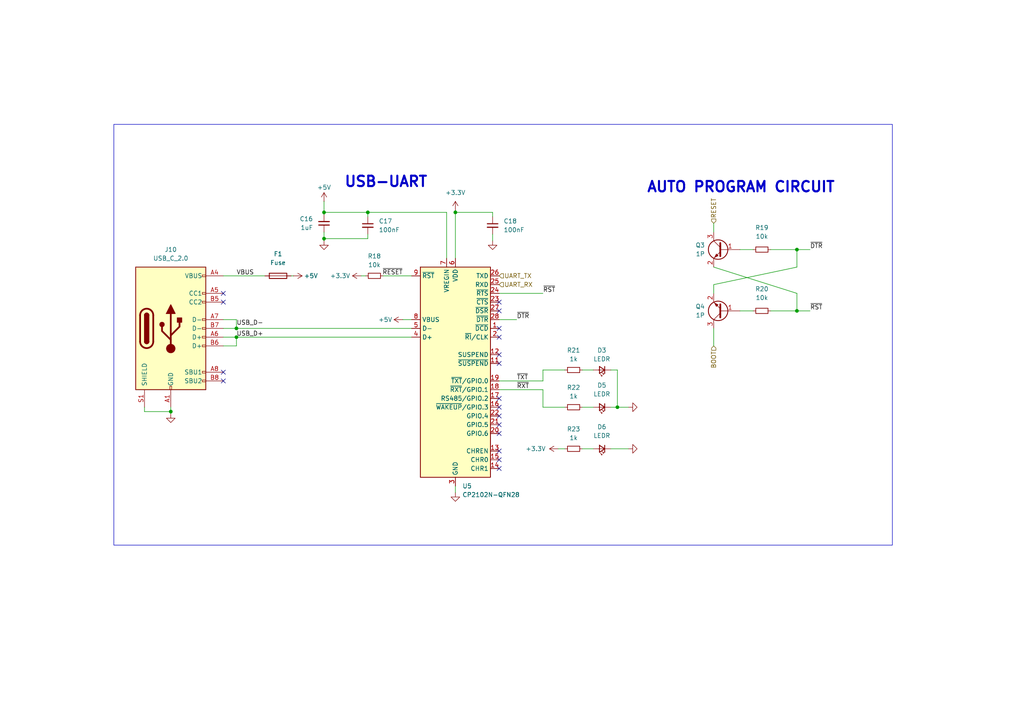
<source format=kicad_sch>
(kicad_sch (version 20231120) (generator "eeschema") (generator_version "8.0")
  (paper "A4")
  (lib_symbols
    (symbol "Connector:USB_C_Receptacle_USB2.0" (pin_names (offset 1.016))
      (property "Reference" "J" (at -10.16 19.05 0))
      (property "Value" "USB_C_Receptacle_USB2.0" (at 19.05 19.05 0))
      (symbol "USB_C_Receptacle_USB2.0_0_0"
        (rectangle (start -0.254 -17.78) (end 0.254 -16.764))
        (rectangle (start 10.16 -14.986) (end 9.144 -15.494))
        (rectangle (start 10.16 -12.446) (end 9.144 -12.954))
        (rectangle (start 10.16 -4.826) (end 9.144 -5.334))
        (rectangle (start 10.16 -2.286) (end 9.144 -2.794))
        (rectangle (start 10.16 0.254) (end 9.144 -0.254))
        (rectangle (start 10.16 2.794) (end 9.144 2.286))
        (rectangle (start 10.16 7.874) (end 9.144 7.366))
        (rectangle (start 10.16 10.414) (end 9.144 9.906))
        (rectangle (start 10.16 15.494) (end 9.144 14.986))
      )
      (symbol "USB_C_Receptacle_USB2.0_0_1"
        (rectangle (start -10.16 17.78) (end 10.16 -17.78) (stroke (width 0.254)) (fill (type background)))
        (arc (start -8.89 -3.81) (mid -6.985 -5.7067) (end -5.08 -3.81) (stroke (width 0.508)))
        (arc (start -7.62 -3.81) (mid -6.985 -4.4423) (end -6.35 -3.81) (stroke (width 0.254)))
        (arc (start -7.62 -3.81) (mid -6.985 -4.4423) (end -6.35 -3.81) (stroke (width 0.254)) (fill (type outline)))
        (rectangle (start -7.62 -3.81) (end -6.35 3.81) (stroke (width 0.254)) (fill (type outline)))
        (arc (start -6.35 3.81) (mid -6.985 4.4423) (end -7.62 3.81) (stroke (width 0.254)))
        (arc (start -6.35 3.81) (mid -6.985 4.4423) (end -7.62 3.81) (stroke (width 0.254)) (fill (type outline)))
        (arc (start -5.08 3.81) (mid -6.985 5.7067) (end -8.89 3.81) (stroke (width 0.508)))
        (circle (center -2.54 1.143) (radius 0.635) (stroke (width 0.254)) (fill (type outline)))
        (circle (center 0 -5.842) (radius 1.27) (fill (type outline)))
        (polyline (pts (xy -8.89 -3.81) (xy -8.89 3.81)) (stroke (width 0.508)))
        (polyline (pts (xy -5.08 3.81) (xy -5.08 -3.81)) (stroke (width 0.508)))
        (polyline (pts (xy 0 -5.842) (xy 0 4.318)) (stroke (width 0.508)))
        (polyline (pts (xy 0 -3.302) (xy -2.54 -0.762) (xy -2.54 0.508)) (stroke (width 0.508)))
        (polyline (pts (xy 0 -2.032) (xy 2.54 0.508) (xy 2.54 1.778)) (stroke (width 0.508)))
        (polyline (pts (xy -1.27 4.318) (xy 0 6.858) (xy 1.27 4.318) (xy -1.27 4.318)) (stroke (width 0.254)) (fill (type outline)))
        (rectangle (start 1.905 1.778) (end 3.175 3.048) (stroke (width 0.254)) (fill (type outline)))
      )
      (symbol "USB_C_Receptacle_USB2.0_1_1"
        (pin passive line (at 0 -22.86 90) (length 5.08) (name "GND") (number "A1"))
        (pin passive line (at 0 -22.86 90) (length 5.08) hide (name "GND") (number "A12"))
        (pin passive line (at 15.24 15.24 180) (length 5.08) (name "VBUS") (number "A4"))
        (pin bidirectional line (at 15.24 10.16 180) (length 5.08) (name "CC1") (number "A5"))
        (pin bidirectional line (at 15.24 -2.54 180) (length 5.08) (name "D+") (number "A6"))
        (pin bidirectional line (at 15.24 2.54 180) (length 5.08) (name "D-") (number "A7"))
        (pin bidirectional line (at 15.24 -12.7 180) (length 5.08) (name "SBU1") (number "A8"))
        (pin passive line (at 15.24 15.24 180) (length 5.08) hide (name "VBUS") (number "A9"))
        (pin passive line (at 0 -22.86 90) (length 5.08) hide (name "GND") (number "B1"))
        (pin passive line (at 0 -22.86 90) (length 5.08) hide (name "GND") (number "B12"))
        (pin passive line (at 15.24 15.24 180) (length 5.08) hide (name "VBUS") (number "B4"))
        (pin bidirectional line (at 15.24 7.62 180) (length 5.08) (name "CC2") (number "B5"))
        (pin bidirectional line (at 15.24 -5.08 180) (length 5.08) (name "D+") (number "B6"))
        (pin bidirectional line (at 15.24 0 180) (length 5.08) (name "D-") (number "B7"))
        (pin bidirectional line (at 15.24 -15.24 180) (length 5.08) (name "SBU2") (number "B8"))
        (pin passive line (at 15.24 15.24 180) (length 5.08) hide (name "VBUS") (number "B9"))
        (pin passive line (at -7.62 -22.86 90) (length 5.08) (name "SHIELD") (number "S1"))
      )
    )
    (symbol "Device:C_Small" (pin_numbers hide) (pin_names (offset 0.254) hide)
      (property "Reference" "C" (at 0.254 1.778 0))
      (property "Value" "C_Small" (at 0.254 -2.032 0))
      (symbol "C_Small_0_1"
        (polyline (pts (xy -1.524 -0.508) (xy 1.524 -0.508)) (stroke (width 0.3302)))
        (polyline (pts (xy -1.524 0.508) (xy 1.524 0.508)) (stroke (width 0.3048)))
      )
      (symbol "C_Small_1_1"
        (pin passive line (at 0 2.54 270) (length 2.032) (name "~") (number "1"))
        (pin passive line (at 0 -2.54 90) (length 2.032) (name "~") (number "2"))
      )
    )
    (symbol "Device:Fuse" (pin_numbers hide) (pin_names (offset 0))
      (property "Reference" "F" (at 2.032 0 90))
      (property "Value" "Fuse" (at -1.905 0 90))
      (symbol "Fuse_0_1"
        (rectangle (start -0.762 -2.54) (end 0.762 2.54) (stroke (width 0.254)))
        (polyline (pts (xy 0 2.54) (xy 0 -2.54)))
      )
      (symbol "Fuse_1_1"
        (pin passive line (at 0 3.81 270) (length 1.27) (name "~") (number "1"))
        (pin passive line (at 0 -3.81 90) (length 1.27) (name "~") (number "2"))
      )
    )
    (symbol "Device:LED_Small" (pin_numbers hide) (pin_names (offset 0.254) hide)
      (property "Reference" "D" (at -1.27 3.175 0))
      (property "Value" "LED_Small" (at -4.445 -2.54 0))
      (symbol "LED_Small_0_1"
        (polyline (pts (xy -0.762 -1.016) (xy -0.762 1.016)) (stroke (width 0.254)))
        (polyline (pts (xy 1.016 0) (xy -0.762 0)))
        (polyline (pts (xy 0.762 -1.016) (xy -0.762 0) (xy 0.762 1.016) (xy 0.762 -1.016)) (stroke (width 0.254)))
        (polyline (pts (xy 0 0.762) (xy -0.508 1.27) (xy -0.254 1.27) (xy -0.508 1.27) (xy -0.508 1.016)))
        (polyline (pts (xy 0.508 1.27) (xy 0 1.778) (xy 0.254 1.778) (xy 0 1.778) (xy 0 1.524)))
      )
      (symbol "LED_Small_1_1"
        (pin passive line (at -2.54 0 0) (length 1.778) (name "K") (number "1"))
        (pin passive line (at 2.54 0 180) (length 1.778) (name "A") (number "2"))
      )
    )
    (symbol "Device:Q_NPN_BEC" (pin_names (offset 0) hide)
      (property "Reference" "Q" (at 5.08 1.27 0))
      (property "Value" "Q_NPN_BEC" (at 5.08 -1.27 0))
      (symbol "Q_NPN_BEC_0_1"
        (polyline (pts (xy 0.635 0.635) (xy 2.54 2.54)))
        (polyline (pts (xy 0.635 -0.635) (xy 2.54 -2.54) (xy 2.54 -2.54)))
        (polyline (pts (xy 0.635 1.905) (xy 0.635 -1.905) (xy 0.635 -1.905)) (stroke (width 0.508)))
        (polyline (pts (xy 1.27 -1.778) (xy 1.778 -1.27) (xy 2.286 -2.286) (xy 1.27 -1.778) (xy 1.27 -1.778)) (fill (type outline)))
        (circle (center 1.27 0) (radius 2.8194) (stroke (width 0.254)))
      )
      (symbol "Q_NPN_BEC_1_1"
        (pin input line (at -5.08 0 0) (length 5.715) (name "B") (number "1"))
        (pin passive line (at 2.54 -5.08 90) (length 2.54) (name "E") (number "2"))
        (pin passive line (at 2.54 5.08 270) (length 2.54) (name "C") (number "3"))
      )
    )
    (symbol "Device:R_Small" (pin_numbers hide) (pin_names (offset 0.254) hide)
      (property "Reference" "R" (at 0.762 0.508 0))
      (property "Value" "R_Small" (at 0.762 -1.016 0))
      (symbol "R_Small_0_1"
        (rectangle (start -0.762 1.778) (end 0.762 -1.778) (stroke (width 0.2032)))
      )
      (symbol "R_Small_1_1"
        (pin passive line (at 0 2.54 270) (length 0.762) (name "~") (number "1"))
        (pin passive line (at 0 -2.54 90) (length 0.762) (name "~") (number "2"))
      )
    )
    (symbol "Interface_USB:CP2102N-Axx-xQFN28"
      (property "Reference" "U" (at -8.89 31.75 0))
      (property "Value" "CP2102N-Axx-xQFN28" (at 12.7 31.75 0))
      (symbol "CP2102N-Axx-xQFN28_0_1"
        (rectangle (start -10.16 30.48) (end 10.16 -30.48) (stroke (width 0.254)) (fill (type background)))
      )
      (symbol "CP2102N-Axx-xQFN28_1_1"
        (pin input line (at 12.7 12.7 180) (length 2.54) (name "~{DCD}") (number "1"))
        (pin no_connect line (at -10.16 -27.94 0) (length 2.54) hide (name "NC") (number "10"))
        (pin output line (at 12.7 2.54 180) (length 2.54) (name "~{SUSPEND}") (number "11"))
        (pin output line (at 12.7 5.08 180) (length 2.54) (name "SUSPEND") (number "12"))
        (pin output line (at 12.7 -22.86 180) (length 2.54) (name "CHREN") (number "13"))
        (pin output line (at 12.7 -27.94 180) (length 2.54) (name "CHR1") (number "14"))
        (pin output line (at 12.7 -25.4 180) (length 2.54) (name "CHR0") (number "15"))
        (pin bidirectional line (at 12.7 -10.16 180) (length 2.54) (name "~{WAKEUP}/GPIO.3") (number "16"))
        (pin bidirectional line (at 12.7 -7.62 180) (length 2.54) (name "RS485/GPIO.2") (number "17"))
        (pin bidirectional line (at 12.7 -5.08 180) (length 2.54) (name "~{RXT}/GPIO.1") (number "18"))
        (pin bidirectional line (at 12.7 -2.54 180) (length 2.54) (name "~{TXT}/GPIO.0") (number "19"))
        (pin bidirectional line (at 12.7 10.16 180) (length 2.54) (name "~{RI}/CLK") (number "2"))
        (pin bidirectional line (at 12.7 -17.78 180) (length 2.54) (name "GPIO.6") (number "20"))
        (pin bidirectional line (at 12.7 -15.24 180) (length 2.54) (name "GPIO.5") (number "21"))
        (pin bidirectional line (at 12.7 -12.7 180) (length 2.54) (name "GPIO.4") (number "22"))
        (pin input line (at 12.7 20.32 180) (length 2.54) (name "~{CTS}") (number "23"))
        (pin output line (at 12.7 22.86 180) (length 2.54) (name "~{RTS}") (number "24"))
        (pin input line (at 12.7 25.4 180) (length 2.54) (name "RXD") (number "25"))
        (pin output line (at 12.7 27.94 180) (length 2.54) (name "TXD") (number "26"))
        (pin input line (at 12.7 17.78 180) (length 2.54) (name "~{DSR}") (number "27"))
        (pin output line (at 12.7 15.24 180) (length 2.54) (name "~{DTR}") (number "28"))
        (pin passive line (at 0 -33.02 90) (length 2.54) hide (name "GND") (number "29"))
        (pin power_in line (at 0 -33.02 90) (length 2.54) (name "GND") (number "3"))
        (pin bidirectional line (at -12.7 10.16 0) (length 2.54) (name "D+") (number "4"))
        (pin bidirectional line (at -12.7 12.7 0) (length 2.54) (name "D-") (number "5"))
        (pin power_in line (at 0 33.02 270) (length 2.54) (name "VDD") (number "6"))
        (pin power_in line (at -2.54 33.02 270) (length 2.54) (name "VREGIN") (number "7"))
        (pin input line (at -12.7 15.24 0) (length 2.54) (name "VBUS") (number "8"))
        (pin input line (at -12.7 27.94 0) (length 2.54) (name "~{RST}") (number "9"))
      )
    )
    (symbol "power:+3.3V" (power) (pin_names (offset 0))
      (property "Value" "+3.3V" (at 0 3.556 0))
      (symbol "+3.3V_0_1"
        (polyline (pts (xy -0.762 1.27) (xy 0 2.54)))
        (polyline (pts (xy 0 0) (xy 0 2.54)))
        (polyline (pts (xy 0 2.54) (xy 0.762 1.27)))
      )
      (symbol "+3.3V_1_1"
        (pin power_in line (at 0 0 90) (length 0) hide (name "+3.3V") (number "1"))
      )
    )
    (symbol "power:+5V" (power) (pin_numbers hide) (pin_names (offset 0) hide)
      (property "Value" "+5V" (at 0 3.556 0))
      (symbol "+5V_0_1"
        (polyline (pts (xy -0.762 1.27) (xy 0 2.54)))
        (polyline (pts (xy 0 0) (xy 0 2.54)))
        (polyline (pts (xy 0 2.54) (xy 0.762 1.27)))
      )
      (symbol "+5V_1_1"
        (pin power_in line (at 0 0 90) (length 0) (name "~") (number "1"))
      )
    )
    (symbol "power:GND" (power) (pin_names (offset 0))
      (property "Value" "GND" (at 0 -3.81 0))
      (symbol "GND_0_1"
        (polyline (pts (xy 0 0) (xy 0 -1.27) (xy 1.27 -1.27) (xy 0 -2.54) (xy -1.27 -1.27) (xy 0 -1.27)))
      )
      (symbol "GND_1_1"
        (pin power_in line (at 0 0 270) (length 0) hide (name "GND") (number "1"))
      )
    )
  )
  (junction (at 93.98 69.215))
  (junction (at 93.98 61.595))
  (junction (at 179.07 118.11))
  (junction (at 106.68 61.595))
  (junction (at 68.58 95.25))
  (junction (at 68.58 97.79))
  (junction (at 132.08 61.595))
  (junction (at 49.53 119.38))
  (junction (at 231.14 90.17))
  (junction (at 231.14 72.39))
  (no_connect (at 144.78 105.41))
  (no_connect (at 144.78 123.19))
  (no_connect (at 144.78 118.11))
  (no_connect (at 144.78 87.63))
  (no_connect (at 64.77 87.63))
  (no_connect (at 144.78 102.87))
  (no_connect (at 144.78 135.89))
  (no_connect (at 144.78 97.79))
  (no_connect (at 144.78 95.25))
  (no_connect (at 144.78 120.65))
  (no_connect (at 144.78 130.81))
  (no_connect (at 144.78 125.73))
  (no_connect (at 64.77 85.09))
  (no_connect (at 144.78 115.57))
  (no_connect (at 144.78 133.35))
  (no_connect (at 64.77 110.49))
  (no_connect (at 64.77 107.95))
  (no_connect (at 144.78 90.17))
  (wire (pts (xy 234.95 72.39) (xy 231.14 72.39)))
  (wire (pts (xy 93.98 69.215) (xy 93.98 69.85)))
  (wire (pts (xy 234.95 90.17) (xy 231.14 90.17)))
  (wire (pts (xy 177.165 107.315) (xy 179.07 107.315)))
  (wire (pts (xy 142.875 61.595) (xy 142.875 62.865)))
  (wire (pts (xy 168.91 118.11) (xy 172.085 118.11)))
  (wire (pts (xy 49.53 119.38) (xy 49.53 120.015)))
  (wire (pts (xy 132.08 61.595) (xy 142.875 61.595)))
  (wire (pts (xy 104.775 80.01) (xy 106.045 80.01)))
  (wire (pts (xy 106.68 61.595) (xy 129.54 61.595)))
  (wire (pts (xy 49.53 118.11) (xy 49.53 119.38)))
  (wire (pts (xy 144.78 110.49) (xy 157.48 110.49)))
  (wire (pts (xy 168.91 130.175) (xy 172.085 130.175)))
  (wire (pts (xy 177.165 130.175) (xy 182.245 130.175)))
  (wire (pts (xy 64.77 97.79) (xy 68.58 97.79)))
  (wire (pts (xy 41.91 118.11) (xy 41.91 119.38)))
  (wire (pts (xy 64.77 100.33) (xy 68.58 100.33)))
  (wire (pts (xy 68.58 95.25) (xy 119.38 95.25)))
  (wire (pts (xy 223.52 72.39) (xy 231.14 72.39)))
  (wire (pts (xy 177.165 118.11) (xy 179.07 118.11)))
  (wire (pts (xy 231.14 85.09) (xy 231.14 90.17)))
  (wire (pts (xy 93.98 61.595) (xy 106.68 61.595)))
  (wire (pts (xy 157.48 110.49) (xy 157.48 107.315)))
  (wire (pts (xy 132.08 61.595) (xy 132.08 74.93)))
  (wire (pts (xy 64.77 80.01) (xy 76.835 80.01)))
  (wire (pts (xy 111.125 80.01) (xy 119.38 80.01)))
  (wire (pts (xy 64.77 95.25) (xy 68.58 95.25)))
  (wire (pts (xy 106.68 61.595) (xy 106.68 62.865)))
  (wire (pts (xy 157.48 118.11) (xy 157.48 113.03)))
  (wire (pts (xy 207.01 77.47) (xy 231.14 85.09)))
  (wire (pts (xy 223.52 90.17) (xy 231.14 90.17)))
  (wire (pts (xy 163.83 118.11) (xy 157.48 118.11)))
  (wire (pts (xy 218.44 90.17) (xy 214.63 90.17)))
  (wire (pts (xy 179.07 107.315) (xy 179.07 118.11)))
  (wire (pts (xy 106.68 67.945) (xy 106.68 69.215)))
  (wire (pts (xy 116.84 92.71) (xy 119.38 92.71)))
  (wire (pts (xy 93.98 61.595) (xy 93.98 62.23)))
  (wire (pts (xy 231.14 72.39) (xy 231.14 77.47)))
  (wire (pts (xy 207.01 67.31) (xy 207.01 64.77)))
  (wire (pts (xy 93.98 67.31) (xy 93.98 69.215)))
  (wire (pts (xy 179.07 118.11) (xy 182.245 118.11)))
  (wire (pts (xy 64.77 92.71) (xy 68.58 92.71)))
  (wire (pts (xy 207.01 85.09) (xy 207.01 82.55)))
  (wire (pts (xy 207.01 82.55) (xy 231.14 77.47)))
  (wire (pts (xy 157.48 113.03) (xy 144.78 113.03)))
  (wire (pts (xy 214.63 72.39) (xy 218.44 72.39)))
  (wire (pts (xy 68.58 97.79) (xy 119.38 97.79)))
  (wire (pts (xy 68.58 100.33) (xy 68.58 97.79)))
  (wire (pts (xy 161.925 130.175) (xy 163.83 130.175)))
  (wire (pts (xy 93.98 58.42) (xy 93.98 61.595)))
  (wire (pts (xy 93.98 69.215) (xy 106.68 69.215)))
  (wire (pts (xy 68.58 92.71) (xy 68.58 95.25)))
  (wire (pts (xy 41.91 119.38) (xy 49.53 119.38)))
  (wire (pts (xy 207.01 95.25) (xy 207.01 100.33)))
  (wire (pts (xy 84.455 80.01) (xy 85.09 80.01)))
  (wire (pts (xy 144.78 85.09) (xy 157.48 85.09)))
  (wire (pts (xy 132.08 140.97) (xy 132.08 142.875)))
  (wire (pts (xy 142.875 67.945) (xy 142.875 69.85)))
  (wire (pts (xy 168.91 107.315) (xy 172.085 107.315)))
  (wire (pts (xy 129.54 61.595) (xy 129.54 74.93)))
  (wire (pts (xy 132.08 60.96) (xy 132.08 61.595)))
  (wire (pts (xy 144.78 92.71) (xy 149.86 92.71)))
  (wire (pts (xy 157.48 107.315) (xy 163.83 107.315)))
  (rectangle (start 33.02 36.068) (end 258.826 158.115))
  (text "USB-UART" (at 99.695 54.61 0) (effects (font (size 3 3) (bold yes)) (justify left bottom)))
  (text "AUTO PROGRAM CIRCUIT" (at 187.452 56.134 0) (effects (font (size 3 3) (bold yes)) (justify left bottom)))
  (label "USB_D-" (at 68.58 94.615 0))
  (label "~{RST}" (at 157.48 85.09 0))
  (label "~{DTR}" (at 149.86 92.71 0))
  (label "~{DTR}" (at 234.95 72.39 0))
  (label "~{RST}" (at 234.95 90.17 0))
  (label "~{TXT}" (at 149.86 110.49 0))
  (label "~{RXT}" (at 149.86 113.03 0))
  (label "~{RESET}" (at 116.84 80.01 180))
  (label "VBUS" (at 68.58 80.01 0))
  (label "USB_D+" (at 68.58 97.79 0))
  (hierarchical_label "BOOT" (shape input) (at 207.01 100.33 270))
  (hierarchical_label "RESET" (shape input) (at 207.01 64.77 90))
  (hierarchical_label "UART_RX" (shape input) (at 144.78 82.55 0))
  (hierarchical_label "UART_TX" (shape input) (at 144.78 80.01 0))
  (symbol (lib_id "Device:R_Small") (at 220.98 72.39 270) (unit 1)
    (property "Reference" "R19" (at 220.98 66.04 90))
    (property "Value" "10k" (at 220.98 68.58 90))
    (property "Footprint" "Resistor_SMD:R_0603_1608Metric" (effects (hide yes)))
  )
  (symbol (lib_id "Device:Q_NPN_BEC") (at 209.55 72.39 0) (mirror y) (unit 1)
    (property "Reference" "Q3" (at 204.47 71.1199 0) (effects (justify left)))
    (property "Value" "1P" (at 204.47 73.6599 0) (effects (justify left)))
    (property "Footprint" "Package_TO_SOT_SMD:SOT-23" (effects (hide yes)))
  )
  (symbol (lib_id "power:GND") (at 142.875 69.85 0) (unit 1)
    (property "Reference" "#PWR034" (effects (hide yes)))
    (property "Value" "GND" (effects (hide yes)))
  )
  (symbol (lib_id "Device:LED_Small") (at 174.625 107.315 180) (unit 1)
    (property "Reference" "D3" (at 174.5615 101.6 0))
    (property "Value" "LEDR" (at 174.5615 104.14 0))
    (property "Footprint" "LED_SMD:LED_0603_1608Metric" (effects (hide yes)))
  )
  (symbol (lib_id "Device:Fuse") (at 80.645 80.01 90) (unit 1)
    (property "Reference" "F1" (at 80.645 73.66 90))
    (property "Value" "Fuse" (at 80.645 76.2 90))
    (property "Footprint" "Fuse:Fuse_0805_2012Metric" (effects (hide yes)))
  )
  (symbol (lib_id "power:GND") (at 182.245 130.175 90) (unit 1)
    (property "Reference" "#PWR037" (effects (hide yes)))
    (property "Value" "GND" (effects (hide yes)))
  )
  (symbol (lib_id "Connector:USB_C_Receptacle_USB2.0") (at 49.53 95.25 0) (unit 1)
    (property "Reference" "J10" (at 49.53 72.39 0))
    (property "Value" "USB_C_2.0" (at 49.53 74.93 0))
    (property "Footprint" "Connector_USB:USB_C_Receptacle_Palconn_UTC16-G" (effects (hide yes)))
    (property "Datasheet" "https://www.usb.org/sites/default/files/documents/usb_type-c.zip" (effects (hide yes)))
  )
  (symbol (lib_id "power:GND") (at 49.53 120.015 0) (unit 1)
    (property "Reference" "#PWR029" (effects (hide yes)))
    (property "Value" "GND" (effects (hide yes)))
  )
  (symbol (lib_id "Device:LED_Small") (at 174.625 118.11 180) (unit 1)
    (property "Reference" "D5" (at 174.5615 111.76 0))
    (property "Value" "LEDR" (at 174.5615 114.3 0))
    (property "Footprint" "LED_SMD:LED_0603_1608Metric" (effects (hide yes)))
  )
  (symbol (lib_id "Device:C_Small") (at 142.875 65.405 0) (unit 1)
    (property "Reference" "C18" (at 146.05 64.1412 0) (effects (justify left)))
    (property "Value" "100nF" (at 146.05 66.6812 0) (effects (justify left)))
    (property "Footprint" "Capacitor_SMD:C_0603_1608Metric" (effects (hide yes)))
  )
  (symbol (lib_id "Device:Q_NPN_BEC") (at 209.55 90.17 180) (unit 1)
    (property "Reference" "Q4" (at 204.47 88.8999 0) (effects (justify left)))
    (property "Value" "1P" (at 204.47 91.4399 0) (effects (justify left)))
    (property "Footprint" "Package_TO_SOT_SMD:SOT-23" (effects (hide yes)))
  )
  (symbol (lib_id "Device:R_Small") (at 166.37 118.11 270) (unit 1)
    (property "Reference" "R22" (at 166.37 112.395 90))
    (property "Value" "1k" (at 166.37 114.935 90))
    (property "Footprint" "Resistor_SMD:R_0603_1608Metric" (effects (hide yes)))
  )
  (symbol (lib_id "Interface_USB:CP2102N-Axx-xQFN28") (at 132.08 107.95 0) (unit 1)
    (property "Reference" "U5" (at 134.0994 140.97 0) (effects (justify left)))
    (property "Value" "CP2102N-QFN28" (at 134.0994 143.51 0) (effects (justify left)))
    (property "Footprint" "Package_DFN_QFN:QFN-28-1EP_5x5mm_P0.5mm_EP3.35x3.35mm" (effects (hide yes)))
    (property "Datasheet" "https://www.silabs.com/documents/public/data-sheets/cp2102n-datasheet.pdf" (effects (hide yes)))
  )
  (symbol (lib_id "power:+5V") (at 93.98 58.42 0) (unit 1)
    (property "Reference" "#PWR038" (effects (hide yes)))
    (property "Value" "+5V" (at 91.948 54.356 0) (effects (justify left)))
    (property "Description" "Power symbol creates a global label with name \"+5V\"" (effects (hide yes)))
  )
  (symbol (lib_id "power:+5V") (at 116.84 92.71 90) (unit 1)
    (property "Reference" "#PWR028" (effects (hide yes)))
    (property "Value" "+5V" (at 113.792 92.71 90) (effects (justify left)))
    (property "Description" "Power symbol creates a global label with name \"+5V\"" (effects (hide yes)))
  )
  (symbol (lib_id "power:+5V") (at 85.09 80.01 270) (unit 1)
    (property "Reference" "#PWR013" (effects (hide yes)))
    (property "Value" "+5V" (at 88.138 80.01 90) (effects (justify left)))
    (property "Description" "Power symbol creates a global label with name \"+5V\"" (effects (hide yes)))
  )
  (symbol (lib_id "Device:C_Small") (at 106.68 65.405 0) (unit 1)
    (property "Reference" "C17" (at 109.855 64.1412 0) (effects (justify left)))
    (property "Value" "100nF" (at 109.855 66.6812 0) (effects (justify left)))
    (property "Footprint" "Capacitor_SMD:C_0603_1608Metric" (effects (hide yes)))
  )
  (symbol (lib_id "Device:R_Small") (at 166.37 107.315 270) (unit 1)
    (property "Reference" "R21" (at 166.37 101.6 90))
    (property "Value" "1k" (at 166.37 104.14 90))
    (property "Footprint" "Resistor_SMD:R_0603_1608Metric" (effects (hide yes)))
  )
  (symbol (lib_id "Device:LED_Small") (at 174.625 130.175 180) (unit 1)
    (property "Reference" "D6" (at 174.5615 123.825 0))
    (property "Value" "LEDR" (at 174.5615 126.365 0))
    (property "Footprint" "LED_SMD:LED_0603_1608Metric" (effects (hide yes)))
  )
  (symbol (lib_id "Device:R_Small") (at 166.37 130.175 270) (unit 1)
    (property "Reference" "R23" (at 166.37 124.46 90))
    (property "Value" "1k" (at 166.37 127 90))
    (property "Footprint" "Resistor_SMD:R_0603_1608Metric" (effects (hide yes)))
  )
  (symbol (lib_id "power:GND") (at 93.98 69.85 0) (unit 1)
    (property "Reference" "#PWR030" (effects (hide yes)))
    (property "Value" "GND" (effects (hide yes)))
  )
  (symbol (lib_id "power:+3.3V") (at 104.775 80.01 90) (unit 1)
    (property "Reference" "#PWR031" (effects (hide yes)))
    (property "Value" "+3.3V" (at 101.6 80.0099 90) (effects (justify left)))
  )
  (symbol (lib_id "power:+3.3V") (at 132.08 60.96 0) (unit 1)
    (property "Reference" "#PWR032" (effects (hide yes)))
    (property "Value" "+3.3V" (at 132.08 55.88 0))
  )
  (symbol (lib_id "Device:C_Small") (at 93.98 64.77 0) (mirror x) (unit 1)
    (property "Reference" "C16" (at 90.805 63.4935 0) (effects (justify right)))
    (property "Value" "1uF" (at 90.805 66.0335 0) (effects (justify right)))
    (property "Footprint" "Capacitor_SMD:C_0603_1608Metric" (effects (hide yes)))
  )
  (symbol (lib_id "power:GND") (at 182.245 118.11 90) (unit 1)
    (property "Reference" "#PWR036" (effects (hide yes)))
    (property "Value" "GND" (effects (hide yes)))
  )
  (symbol (lib_id "Device:R_Small") (at 108.585 80.01 90) (unit 1)
    (property "Reference" "R18" (at 108.585 74.295 90))
    (property "Value" "10k" (at 108.585 76.835 90))
    (property "Footprint" "Resistor_SMD:R_0603_1608Metric" (effects (hide yes)))
  )
  (symbol (lib_id "Device:R_Small") (at 220.98 90.17 270) (unit 1)
    (property "Reference" "R20" (at 220.98 83.82 90))
    (property "Value" "10k" (at 220.98 86.36 90))
    (property "Footprint" "Resistor_SMD:R_0603_1608Metric" (effects (hide yes)))
  )
  (symbol (lib_id "power:GND") (at 132.08 142.875 0) (unit 1)
    (property "Reference" "#PWR033" (effects (hide yes)))
    (property "Value" "GND" (effects (hide yes)))
  )
  (symbol (lib_id "power:+3.3V") (at 161.925 130.175 90) (unit 1)
    (property "Reference" "#PWR035" (effects (hide yes)))
    (property "Value" "+3.3V" (at 152.4 130.175 90) (effects (justify right)))
  )
)
</source>
